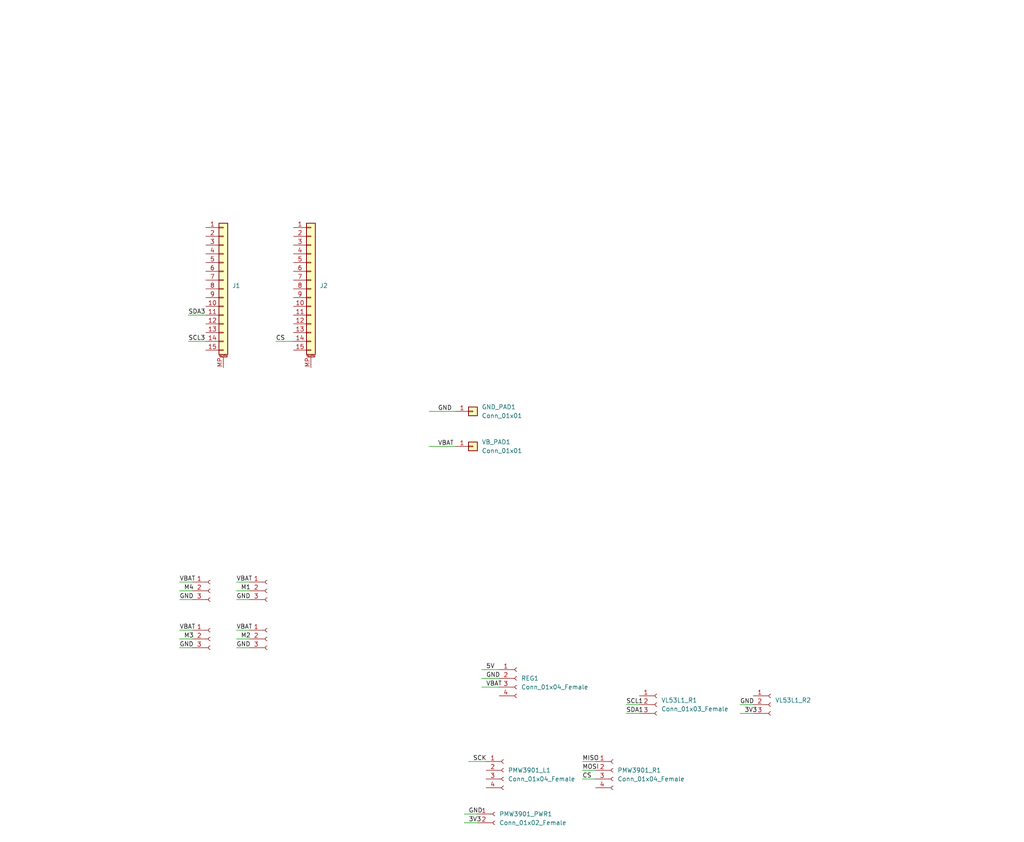
<source format=kicad_sch>
(kicad_sch (version 20250114) (generator "eeschema") (generator_version "9.0")
  (paper "User" 297.002 244.323)
  (lib_symbols
    (symbol "Connector:Conn_01x02_Female" (pin_names (offset 1.016) (hide yes))
      (property "Reference" "J" (at 0 2.54 0))
      (property "Value" "Conn_01x02_Female" (at 0 -5.08 0))
      (symbol "Conn_01x02_Female_1_1"
        (polyline (pts (xy -1.27 0) (xy -0.508 0)) (stroke (width 0.1524)))
        (polyline (pts (xy -1.27 -2.54) (xy -0.508 -2.54)) (stroke (width 0.1524)))
        (arc (start 0 -0.508) (mid -0.5058 0) (end 0 0.508) (stroke (width 0.1524)))
        (arc (start 0 -3.048) (mid -0.5058 -2.54) (end 0 -2.032) (stroke (width 0.1524)))
        (pin passive line (at -5.08 0 0) (length 3.81) (name "Pin_1") (number "1"))
        (pin passive line (at -5.08 -2.54 0) (length 3.81) (name "Pin_2") (number "2"))
      )
    )
    (symbol "Connector:Conn_01x03_Female" (pin_names (offset 1.016) (hide yes))
      (property "Reference" "J" (at 0 5.08 0))
      (property "Value" "Conn_01x03_Female" (at 0 -5.08 0))
      (symbol "Conn_01x03_Female_1_1"
        (polyline (pts (xy -1.27 2.54) (xy -0.508 2.54)) (stroke (width 0.1524)))
        (polyline (pts (xy -1.27 0) (xy -0.508 0)) (stroke (width 0.1524)))
        (polyline (pts (xy -1.27 -2.54) (xy -0.508 -2.54)) (stroke (width 0.1524)))
        (arc (start 0 2.032) (mid -0.5058 2.54) (end 0 3.048) (stroke (width 0.1524)))
        (arc (start 0 -0.508) (mid -0.5058 0) (end 0 0.508) (stroke (width 0.1524)))
        (arc (start 0 -3.048) (mid -0.5058 -2.54) (end 0 -2.032) (stroke (width 0.1524)))
        (pin passive line (at -5.08 2.54 0) (length 3.81) (name "Pin_1") (number "1"))
        (pin passive line (at -5.08 0 0) (length 3.81) (name "Pin_2") (number "2"))
        (pin passive line (at -5.08 -2.54 0) (length 3.81) (name "Pin_3") (number "3"))
      )
    )
    (symbol "Connector:Conn_01x04_Female" (pin_names (offset 1.016) (hide yes))
      (property "Reference" "J" (at 0 5.08 0))
      (property "Value" "Conn_01x04_Female" (at 0 -7.62 0))
      (symbol "Conn_01x04_Female_1_1"
        (polyline (pts (xy -1.27 2.54) (xy -0.508 2.54)) (stroke (width 0.1524)))
        (polyline (pts (xy -1.27 0) (xy -0.508 0)) (stroke (width 0.1524)))
        (polyline (pts (xy -1.27 -2.54) (xy -0.508 -2.54)) (stroke (width 0.1524)))
        (polyline (pts (xy -1.27 -5.08) (xy -0.508 -5.08)) (stroke (width 0.1524)))
        (arc (start 0 2.032) (mid -0.5058 2.54) (end 0 3.048) (stroke (width 0.1524)))
        (arc (start 0 -0.508) (mid -0.5058 0) (end 0 0.508) (stroke (width 0.1524)))
        (arc (start 0 -3.048) (mid -0.5058 -2.54) (end 0 -2.032) (stroke (width 0.1524)))
        (arc (start 0 -5.588) (mid -0.5058 -5.08) (end 0 -4.572) (stroke (width 0.1524)))
        (pin passive line (at -5.08 2.54 0) (length 3.81) (name "Pin_1") (number "1"))
        (pin passive line (at -5.08 0 0) (length 3.81) (name "Pin_2") (number "2"))
        (pin passive line (at -5.08 -2.54 0) (length 3.81) (name "Pin_3") (number "3"))
        (pin passive line (at -5.08 -5.08 0) (length 3.81) (name "Pin_4") (number "4"))
      )
    )
    (symbol "Connector_Generic:Conn_01x01" (pin_names (offset 1.016) (hide yes))
      (property "Reference" "J" (at 0 2.54 0))
      (property "Value" "Conn_01x01" (at 0 -2.54 0))
      (symbol "Conn_01x01_1_1"
        (rectangle (start -1.27 1.27) (end 1.27 -1.27) (stroke (width 0.254)) (fill (type background)))
        (rectangle (start -1.27 0.127) (end 0 -0.127) (stroke (width 0.1524)))
        (pin passive line (at -5.08 0 0) (length 3.81) (name "Pin_1") (number "1"))
      )
    )
    (symbol "Connector_Generic_MountingPin:Conn_01x15_MountingPin" (pin_names (offset 1.016) (hide yes))
      (property "Reference" "J" (at 0 20.32 0))
      (property "Value" "Conn_01x15_MountingPin" (at 1.27 -20.32 0))
      (symbol "Conn_01x15_MountingPin_1_1"
        (rectangle (start -1.27 19.05) (end 1.27 -19.05) (stroke (width 0.254)) (fill (type background)))
        (rectangle (start -1.27 17.907) (end 0 17.653) (stroke (width 0.1524)))
        (rectangle (start -1.27 15.367) (end 0 15.113) (stroke (width 0.1524)))
        (rectangle (start -1.27 12.827) (end 0 12.573) (stroke (width 0.1524)))
        (rectangle (start -1.27 10.287) (end 0 10.033) (stroke (width 0.1524)))
        (rectangle (start -1.27 7.747) (end 0 7.493) (stroke (width 0.1524)))
        (rectangle (start -1.27 5.207) (end 0 4.953) (stroke (width 0.1524)))
        (rectangle (start -1.27 2.667) (end 0 2.413) (stroke (width 0.1524)))
        (rectangle (start -1.27 0.127) (end 0 -0.127) (stroke (width 0.1524)))
        (rectangle (start -1.27 -2.413) (end 0 -2.667) (stroke (width 0.1524)))
        (rectangle (start -1.27 -4.953) (end 0 -5.207) (stroke (width 0.1524)))
        (rectangle (start -1.27 -7.493) (end 0 -7.747) (stroke (width 0.1524)))
        (rectangle (start -1.27 -10.033) (end 0 -10.287) (stroke (width 0.1524)))
        (rectangle (start -1.27 -12.573) (end 0 -12.827) (stroke (width 0.1524)))
        (rectangle (start -1.27 -15.113) (end 0 -15.367) (stroke (width 0.1524)))
        (rectangle (start -1.27 -17.653) (end 0 -17.907) (stroke (width 0.1524)))
        (polyline (pts (xy -1.016 -19.812) (xy 1.016 -19.812)) (stroke (width 0.1524)))
        (text "Mounting" (at 0 -19.431 0) (effects (font (size 0.381 0.381))))
        (pin passive line (at -5.08 17.78 0) (length 3.81) (name "Pin_1") (number "1"))
        (pin passive line (at -5.08 15.24 0) (length 3.81) (name "Pin_2") (number "2"))
        (pin passive line (at -5.08 12.7 0) (length 3.81) (name "Pin_3") (number "3"))
        (pin passive line (at -5.08 10.16 0) (length 3.81) (name "Pin_4") (number "4"))
        (pin passive line (at -5.08 7.62 0) (length 3.81) (name "Pin_5") (number "5"))
        (pin passive line (at -5.08 5.08 0) (length 3.81) (name "Pin_6") (number "6"))
        (pin passive line (at -5.08 2.54 0) (length 3.81) (name "Pin_7") (number "7"))
        (pin passive line (at -5.08 0 0) (length 3.81) (name "Pin_8") (number "8"))
        (pin passive line (at -5.08 -2.54 0) (length 3.81) (name "Pin_9") (number "9"))
        (pin passive line (at -5.08 -5.08 0) (length 3.81) (name "Pin_10") (number "10"))
        (pin passive line (at -5.08 -7.62 0) (length 3.81) (name "Pin_11") (number "11"))
        (pin passive line (at -5.08 -10.16 0) (length 3.81) (name "Pin_12") (number "12"))
        (pin passive line (at -5.08 -12.7 0) (length 3.81) (name "Pin_13") (number "13"))
        (pin passive line (at -5.08 -15.24 0) (length 3.81) (name "Pin_14") (number "14"))
        (pin passive line (at -5.08 -17.78 0) (length 3.81) (name "Pin_15") (number "15"))
        (pin passive line (at 0 -22.86 90) (length 3.048) (name "MountPin") (number "MP"))
      )
    )
  )
  (wire (pts (xy 181.61 207.01) (xy 185.42 207.01)))
  (wire (pts (xy 124.46 119.38) (xy 132.08 119.38)))
  (wire (pts (xy 139.7 194.31) (xy 144.78 194.31)))
  (wire (pts (xy 134.62 238.76) (xy 138.43 238.76)))
  (wire (pts (xy 52.07 173.99) (xy 55.88 173.99)))
  (wire (pts (xy 135.89 220.98) (xy 140.97 220.98)))
  (wire (pts (xy 134.62 236.22) (xy 138.43 236.22)))
  (wire (pts (xy 80.01 99.06) (xy 85.09 99.06)))
  (wire (pts (xy 52.07 187.96) (xy 55.88 187.96)))
  (wire (pts (xy 139.7 196.85) (xy 144.78 196.85)))
  (wire (pts (xy 68.58 185.42) (xy 72.39 185.42)))
  (wire (pts (xy 68.58 182.88) (xy 72.39 182.88)))
  (wire (pts (xy 168.91 220.98) (xy 172.72 220.98)))
  (wire (pts (xy 214.63 204.47) (xy 218.44 204.47)))
  (wire (pts (xy 124.46 129.54) (xy 132.08 129.54)))
  (wire (pts (xy 214.63 207.01) (xy 218.44 207.01)))
  (wire (pts (xy 181.61 204.47) (xy 185.42 204.47)))
  (wire (pts (xy 54.61 99.06) (xy 59.69 99.06)))
  (wire (pts (xy 52.07 185.42) (xy 55.88 185.42)))
  (wire (pts (xy 52.07 168.91) (xy 55.88 168.91)))
  (wire (pts (xy 54.61 91.44) (xy 59.69 91.44)))
  (wire (pts (xy 68.58 173.99) (xy 72.39 173.99)))
  (wire (pts (xy 168.91 223.52) (xy 172.72 223.52)))
  (wire (pts (xy 168.91 226.06) (xy 172.72 226.06)))
  (wire (pts (xy 52.07 171.45) (xy 55.88 171.45)))
  (wire (pts (xy 68.58 171.45) (xy 72.39 171.45)))
  (wire (pts (xy 68.58 168.91) (xy 72.39 168.91)))
  (wire (pts (xy 68.58 187.96) (xy 72.39 187.96)))
  (wire (pts (xy 139.7 199.39) (xy 144.78 199.39)))
  (wire (pts (xy 52.07 182.88) (xy 55.88 182.88)))
  (label "GND" (at 52.07 173.99 0))
  (label "M1" (at 69.85 171.45 0))
  (label "" (at 88.9 80.01 0))
  (label "" (at 63.5 80.01 0))
  (label "SCL1" (at 181.61 204.47 0))
  (label "VBAT" (at 52.07 168.91 0))
  (label "GND" (at 52.07 187.96 0))
  (label "GND" (at 214.63 204.47 0))
  (label "VBAT" (at 127 129.54 0))
  (label "SCK" (at 137.16 220.98 0))
  (label "VBAT" (at 68.58 168.91 0))
  (label "MOSI" (at 168.91 223.52 0))
  (label "M2" (at 69.85 185.42 0))
  (label "MISO" (at 168.91 220.98 0))
  (label "M4" (at 53.34 171.45 0))
  (label "CS" (at 80.01 99.06 0))
  (label "GND" (at 140.97 196.85 0))
  (label "CS" (at 168.91 226.06 0))
  (label "SDA3" (at 54.61 91.44 0))
  (label "VBAT" (at 52.07 182.88 0))
  (label "VBAT" (at 68.58 182.88 0))
  (label "M3" (at 53.34 185.42 0))
  (label "GND" (at 127 119.38 0))
  (label "GND" (at 68.58 187.96 0))
  (label "3V3" (at 135.89 238.76 0))
  (label "SCL3" (at 54.61 99.06 0))
  (label "SDA1" (at 181.61 207.01 0))
  (label "VBAT" (at 140.97 199.39 0))
  (label "GND" (at 68.58 173.99 0))
  (label "GND" (at 135.89 236.22 0))
  (label "3V3" (at 215.9 207.01 0))
  (label "5V" (at 140.97 194.31 0))
  (symbol (lib_id "Connector:Conn_01x04_Female") (at 177.8 223.52 0) (unit 1)
    (property "Reference" "PMW3901_R1" (at 179.07 223.5199 0) (effects (justify left)))
    (property "Value" "Conn_01x04_Female" (at 179.07 226.0599 0) (effects (justify left)))
    (property "Footprint" "Connector_PinSocket_2.54mm:PinSocket_1x04_P2.54mm_Vertical" (effects (hide yes)))
    (property "Description" "Generic connector, single row, 01x04, script generated (kicad-library-utils/schlib/autogen/connector/)" (effects (hide yes)))
  )
  (symbol (lib_id "Connector:Conn_01x04_Female") (at 149.86 196.85 0) (unit 1)
    (property "Reference" "REG1" (at 151.13 196.8499 0) (effects (justify left)))
    (property "Value" "Conn_01x04_Female" (at 151.13 199.3899 0) (effects (justify left)))
    (property "Footprint" "Connector_PinSocket_2.54mm:PinSocket_1x04_P2.54mm_Vertical" (effects (hide yes)))
    (property "Description" "Generic connector, single row, 01x04, script generated (kicad-library-utils/schlib/autogen/connector/)" (effects (hide yes)))
  )
  (symbol (lib_id "Connector:Conn_01x03_Female") (at 77.47 171.45 0) (unit 1)
    (property "Reference" "VL53L1_L2" (effects (hide yes)))
    (property "Value" "Conn_01x03_Female" (effects (hide yes)))
    (property "Footprint" "Connector_PinHeader_2.54mm:PinHeader_1x03_P2.54mm_Vertical" (effects (hide yes)))
    (property "Description" "Generic connector, single row, 01x03, script generated (kicad-library-utils/schlib/autogen/connector/)" (effects (hide yes)))
  )
  (symbol (lib_id "Connector_Generic:Conn_01x01") (at 137.16 129.54 0) (unit 1)
    (property "Reference" "VB_PAD1" (at 139.7 128.2699 0) (effects (justify left)))
    (property "Value" "Conn_01x01" (at 139.7 130.8099 0) (effects (justify left)))
    (property "Footprint" "Connector_Wire:SolderWirePad_1x01_SMD_5x10mm" (effects (hide yes)))
    (property "Description" "Generic connector, single row, 01x01, script generated (kicad-library-utils/schlib/autogen/connector/)" (effects (hide yes)))
  )
  (symbol (lib_id "Connector:Conn_01x03_Female") (at 77.47 185.42 0) (unit 1)
    (property "Reference" "VL53L1_L3" (effects (hide yes)))
    (property "Value" "Conn_01x03_Female" (effects (hide yes)))
    (property "Footprint" "Connector_PinHeader_2.54mm:PinHeader_1x03_P2.54mm_Vertical" (effects (hide yes)))
    (property "Description" "Generic connector, single row, 01x03, script generated (kicad-library-utils/schlib/autogen/connector/)" (effects (hide yes)))
  )
  (symbol (lib_id "Connector:Conn_01x03_Female") (at 190.5 204.47 0) (unit 1)
    (property "Reference" "VL53L1_R1" (at 191.77 203.1999 0) (effects (justify left)))
    (property "Value" "Conn_01x03_Female" (at 191.77 205.7399 0) (effects (justify left)))
    (property "Footprint" "Connector_PinHeader_2.54mm:PinHeader_1x03_P2.54mm_Vertical" (effects (hide yes)))
    (property "Description" "Generic connector, single row, 01x03, script generated (kicad-library-utils/schlib/autogen/connector/)" (effects (hide yes)))
  )
  (symbol (lib_id "Connector:Conn_01x04_Female") (at 146.05 223.52 0) (unit 1)
    (property "Reference" "PMW3901_L1" (at 147.32 223.5199 0) (effects (justify left)))
    (property "Value" "Conn_01x04_Female" (at 147.32 226.0599 0) (effects (justify left)))
    (property "Footprint" "Connector_PinSocket_2.54mm:PinSocket_1x04_P2.54mm_Vertical" (effects (hide yes)))
    (property "Description" "Generic connector, single row, 01x04, script generated (kicad-library-utils/schlib/autogen/connector/)" (effects (hide yes)))
  )
  (symbol (lib_id "Connector:Conn_01x03_Female") (at 60.96 185.42 0) (unit 1)
    (property "Reference" "VL53L1_L5" (effects (hide yes)))
    (property "Value" "Conn_01x03_Female" (effects (hide yes)))
    (property "Footprint" "Connector_PinHeader_2.54mm:PinHeader_1x03_P2.54mm_Vertical" (effects (hide yes)))
    (property "Description" "Generic connector, single row, 01x03, script generated (kicad-library-utils/schlib/autogen/connector/)" (effects (hide yes)))
  )
  (symbol (lib_id "Connector:Conn_01x02_Female") (at 143.51 236.22 0) (unit 1)
    (property "Reference" "PMW3901_PWR1" (at 144.78 236.2199 0) (effects (justify left)))
    (property "Value" "Conn_01x02_Female" (at 144.78 238.7599 0) (effects (justify left)))
    (property "Footprint" "Connector_PinHeader_2.54mm:PinHeader_1x02_P2.54mm_Vertical" (effects (hide yes)))
    (property "Description" "Generic connector, single row, 01x02, script generated (kicad-library-utils/schlib/autogen/connector/)" (effects (hide yes)))
  )
  (symbol (lib_id "Connector:Conn_01x03_Female") (at 60.96 171.45 0) (unit 1)
    (property "Reference" "VL53L1_L4" (effects (hide yes)))
    (property "Value" "Conn_01x03_Female" (effects (hide yes)))
    (property "Footprint" "Connector_PinHeader_2.54mm:PinHeader_1x03_P2.54mm_Vertical" (effects (hide yes)))
    (property "Description" "Generic connector, single row, 01x03, script generated (kicad-library-utils/schlib/autogen/connector/)" (effects (hide yes)))
  )
  (symbol (lib_id "Connector_Generic_MountingPin:Conn_01x15_MountingPin") (at 90.17 83.82 0) (unit 1)
    (property "Reference" "J2" (at 92.71 82.9055 0) (effects (justify left)))
    (property "Value" "Conn_01x15_MountingPin" (effects (hide yes)))
    (property "Footprint" "Connector_IDC:IDC-Header_2x15_P2.54mm_Vertical" (effects (hide yes)))
    (property "Description" "Generic connectable mounting pin connector, single row, 01x15, script generated (kicad-library-utils/schlib/autogen/connector/)" (effects (hide yes)))
  )
  (symbol (lib_id "Connector_Generic:Conn_01x01") (at 137.16 119.38 0) (unit 1)
    (property "Reference" "GND_PAD1" (at 139.7 118.1099 0) (effects (justify left)))
    (property "Value" "Conn_01x01" (at 139.7 120.6499 0) (effects (justify left)))
    (property "Footprint" "Connector_Wire:SolderWirePad_1x01_SMD_5x10mm" (effects (hide yes)))
    (property "Description" "Generic connector, single row, 01x01, script generated (kicad-library-utils/schlib/autogen/connector/)" (effects (hide yes)))
  )
  (symbol (lib_id "Connector_Generic_MountingPin:Conn_01x15_MountingPin") (at 64.77 83.82 0) (unit 1)
    (property "Reference" "J1" (at 67.31 82.9055 0) (effects (justify left)))
    (property "Value" "Conn_01x15_MountingPin" (effects (hide yes)))
    (property "Footprint" "Connector_IDC:IDC-Header_2x15_P2.54mm_Vertical" (effects (hide yes)))
    (property "Description" "Generic connectable mounting pin connector, single row, 01x15, script generated (kicad-library-utils/schlib/autogen/connector/)" (effects (hide yes)))
  )
  (symbol (lib_id "Connector:Conn_01x03_Female") (at 223.52 204.47 0) (unit 1)
    (property "Reference" "VL53L1_R2" (at 224.79 203.1999 0) (effects (justify left)))
    (property "Value" "Conn_01x03_Female" (effects (hide yes)))
    (property "Footprint" "Connector_PinHeader_2.54mm:PinHeader_1x03_P2.54mm_Vertical" (effects (hide yes)))
    (property "Description" "Generic connector, single row, 01x03, script generated (kicad-library-utils/schlib/autogen/connector/)" (effects (hide yes)))
  )
)
</source>
